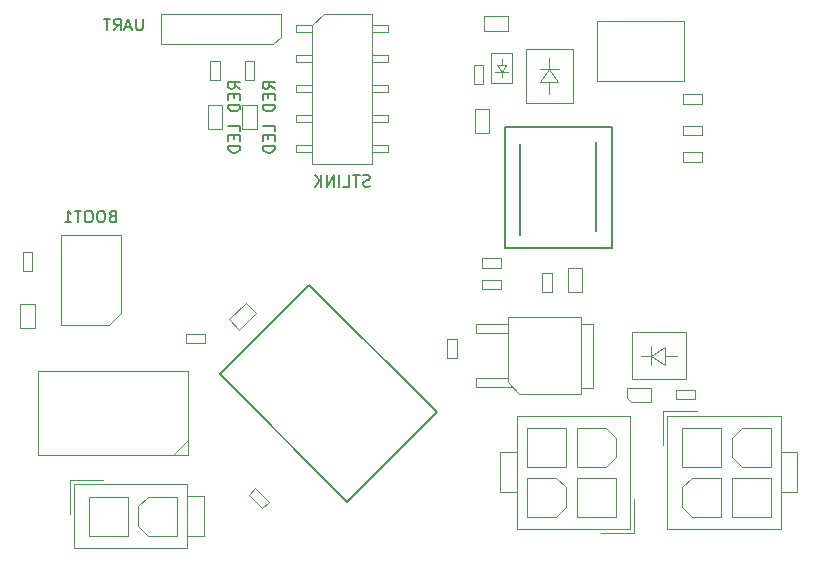
<source format=gbr>
%TF.GenerationSoftware,KiCad,Pcbnew,(6.0.11)*%
%TF.CreationDate,2023-05-09T17:29:38+10:00*%
%TF.ProjectId,LV_MASTER_A_SAMPLE,4c565f4d-4153-4544-9552-5f415f53414d,1*%
%TF.SameCoordinates,Original*%
%TF.FileFunction,AssemblyDrawing,Bot*%
%FSLAX46Y46*%
G04 Gerber Fmt 4.6, Leading zero omitted, Abs format (unit mm)*
G04 Created by KiCad (PCBNEW (6.0.11)) date 2023-05-09 17:29:38*
%MOMM*%
%LPD*%
G01*
G04 APERTURE LIST*
%ADD10C,0.150000*%
%ADD11C,0.100000*%
%ADD12C,0.127000*%
%ADD13C,0.200000*%
G04 APERTURE END LIST*
D10*
%TO.C,J2*%
X121557438Y-73991180D02*
X121557438Y-74800704D01*
X121509819Y-74895942D01*
X121462200Y-74943561D01*
X121366961Y-74991180D01*
X121176485Y-74991180D01*
X121081247Y-74943561D01*
X121033628Y-74895942D01*
X120986009Y-74800704D01*
X120986009Y-73991180D01*
X120557438Y-74705466D02*
X120081247Y-74705466D01*
X120652676Y-74991180D02*
X120319342Y-73991180D01*
X119986009Y-74991180D01*
X119081247Y-74991180D02*
X119414580Y-74514990D01*
X119652676Y-74991180D02*
X119652676Y-73991180D01*
X119271723Y-73991180D01*
X119176485Y-74038800D01*
X119128866Y-74086419D01*
X119081247Y-74181657D01*
X119081247Y-74324514D01*
X119128866Y-74419752D01*
X119176485Y-74467371D01*
X119271723Y-74514990D01*
X119652676Y-74514990D01*
X118795533Y-73991180D02*
X118224104Y-73991180D01*
X118509819Y-74991180D02*
X118509819Y-73991180D01*
%TO.C,D2*%
X129780780Y-79955647D02*
X129304590Y-79622314D01*
X129780780Y-79384219D02*
X128780780Y-79384219D01*
X128780780Y-79765171D01*
X128828400Y-79860409D01*
X128876019Y-79908028D01*
X128971257Y-79955647D01*
X129114114Y-79955647D01*
X129209352Y-79908028D01*
X129256971Y-79860409D01*
X129304590Y-79765171D01*
X129304590Y-79384219D01*
X129256971Y-80384219D02*
X129256971Y-80717552D01*
X129780780Y-80860409D02*
X129780780Y-80384219D01*
X128780780Y-80384219D01*
X128780780Y-80860409D01*
X129780780Y-81288980D02*
X128780780Y-81288980D01*
X128780780Y-81527076D01*
X128828400Y-81669933D01*
X128923638Y-81765171D01*
X129018876Y-81812790D01*
X129209352Y-81860409D01*
X129352209Y-81860409D01*
X129542685Y-81812790D01*
X129637923Y-81765171D01*
X129733161Y-81669933D01*
X129780780Y-81527076D01*
X129780780Y-81288980D01*
X129780780Y-83527076D02*
X129780780Y-83050885D01*
X128780780Y-83050885D01*
X129256971Y-83860409D02*
X129256971Y-84193742D01*
X129780780Y-84336600D02*
X129780780Y-83860409D01*
X128780780Y-83860409D01*
X128780780Y-84336600D01*
X129780780Y-84765171D02*
X128780780Y-84765171D01*
X128780780Y-85003266D01*
X128828400Y-85146123D01*
X128923638Y-85241361D01*
X129018876Y-85288980D01*
X129209352Y-85336600D01*
X129352209Y-85336600D01*
X129542685Y-85288980D01*
X129637923Y-85241361D01*
X129733161Y-85146123D01*
X129780780Y-85003266D01*
X129780780Y-84765171D01*
%TO.C,D3*%
X132697780Y-79955647D02*
X132221590Y-79622314D01*
X132697780Y-79384219D02*
X131697780Y-79384219D01*
X131697780Y-79765171D01*
X131745400Y-79860409D01*
X131793019Y-79908028D01*
X131888257Y-79955647D01*
X132031114Y-79955647D01*
X132126352Y-79908028D01*
X132173971Y-79860409D01*
X132221590Y-79765171D01*
X132221590Y-79384219D01*
X132173971Y-80384219D02*
X132173971Y-80717552D01*
X132697780Y-80860409D02*
X132697780Y-80384219D01*
X131697780Y-80384219D01*
X131697780Y-80860409D01*
X132697780Y-81288980D02*
X131697780Y-81288980D01*
X131697780Y-81527076D01*
X131745400Y-81669933D01*
X131840638Y-81765171D01*
X131935876Y-81812790D01*
X132126352Y-81860409D01*
X132269209Y-81860409D01*
X132459685Y-81812790D01*
X132554923Y-81765171D01*
X132650161Y-81669933D01*
X132697780Y-81527076D01*
X132697780Y-81288980D01*
X132697780Y-83527076D02*
X132697780Y-83050885D01*
X131697780Y-83050885D01*
X132173971Y-83860409D02*
X132173971Y-84193742D01*
X132697780Y-84336600D02*
X132697780Y-83860409D01*
X131697780Y-83860409D01*
X131697780Y-84336600D01*
X132697780Y-84765171D02*
X131697780Y-84765171D01*
X131697780Y-85003266D01*
X131745400Y-85146123D01*
X131840638Y-85241361D01*
X131935876Y-85288980D01*
X132126352Y-85336600D01*
X132269209Y-85336600D01*
X132459685Y-85288980D01*
X132554923Y-85241361D01*
X132650161Y-85146123D01*
X132697780Y-85003266D01*
X132697780Y-84765171D01*
%TO.C,J3*%
X118960733Y-90732371D02*
X118817876Y-90779990D01*
X118770257Y-90827609D01*
X118722638Y-90922847D01*
X118722638Y-91065704D01*
X118770257Y-91160942D01*
X118817876Y-91208561D01*
X118913114Y-91256180D01*
X119294066Y-91256180D01*
X119294066Y-90256180D01*
X118960733Y-90256180D01*
X118865495Y-90303800D01*
X118817876Y-90351419D01*
X118770257Y-90446657D01*
X118770257Y-90541895D01*
X118817876Y-90637133D01*
X118865495Y-90684752D01*
X118960733Y-90732371D01*
X119294066Y-90732371D01*
X118103590Y-90256180D02*
X117913114Y-90256180D01*
X117817876Y-90303800D01*
X117722638Y-90399038D01*
X117675019Y-90589514D01*
X117675019Y-90922847D01*
X117722638Y-91113323D01*
X117817876Y-91208561D01*
X117913114Y-91256180D01*
X118103590Y-91256180D01*
X118198828Y-91208561D01*
X118294066Y-91113323D01*
X118341685Y-90922847D01*
X118341685Y-90589514D01*
X118294066Y-90399038D01*
X118198828Y-90303800D01*
X118103590Y-90256180D01*
X117055971Y-90256180D02*
X116865495Y-90256180D01*
X116770257Y-90303800D01*
X116675019Y-90399038D01*
X116627400Y-90589514D01*
X116627400Y-90922847D01*
X116675019Y-91113323D01*
X116770257Y-91208561D01*
X116865495Y-91256180D01*
X117055971Y-91256180D01*
X117151209Y-91208561D01*
X117246447Y-91113323D01*
X117294066Y-90922847D01*
X117294066Y-90589514D01*
X117246447Y-90399038D01*
X117151209Y-90303800D01*
X117055971Y-90256180D01*
X116341685Y-90256180D02*
X115770257Y-90256180D01*
X116055971Y-91256180D02*
X116055971Y-90256180D01*
X114913114Y-91256180D02*
X115484542Y-91256180D01*
X115198828Y-91256180D02*
X115198828Y-90256180D01*
X115294066Y-90399038D01*
X115389304Y-90494276D01*
X115484542Y-90541895D01*
%TO.C,J4*%
X140751333Y-88178361D02*
X140608476Y-88225980D01*
X140370380Y-88225980D01*
X140275142Y-88178361D01*
X140227523Y-88130742D01*
X140179904Y-88035504D01*
X140179904Y-87940266D01*
X140227523Y-87845028D01*
X140275142Y-87797409D01*
X140370380Y-87749790D01*
X140560857Y-87702171D01*
X140656095Y-87654552D01*
X140703714Y-87606933D01*
X140751333Y-87511695D01*
X140751333Y-87416457D01*
X140703714Y-87321219D01*
X140656095Y-87273600D01*
X140560857Y-87225980D01*
X140322761Y-87225980D01*
X140179904Y-87273600D01*
X139894190Y-87225980D02*
X139322761Y-87225980D01*
X139608476Y-88225980D02*
X139608476Y-87225980D01*
X138513238Y-88225980D02*
X138989428Y-88225980D01*
X138989428Y-87225980D01*
X138179904Y-88225980D02*
X138179904Y-87225980D01*
X137703714Y-88225980D02*
X137703714Y-87225980D01*
X137132285Y-88225980D01*
X137132285Y-87225980D01*
X136656095Y-88225980D02*
X136656095Y-87225980D01*
X136084666Y-88225980D02*
X136513238Y-87654552D01*
X136084666Y-87225980D02*
X136656095Y-87797409D01*
D11*
%TO.C,C50*%
X155366200Y-97103800D02*
X156166200Y-97103800D01*
X155366200Y-95503800D02*
X155366200Y-97103800D01*
X156166200Y-95503800D02*
X155366200Y-95503800D01*
X156166200Y-97103800D02*
X156166200Y-95503800D01*
%TO.C,D4*%
X156707920Y-79374380D02*
X155158520Y-79374380D01*
X157957600Y-81173200D02*
X157957600Y-76573200D01*
X153957600Y-81173200D02*
X153957600Y-76573200D01*
X157957600Y-76573200D02*
X153957600Y-76573200D01*
X155958620Y-78223760D02*
X156707920Y-79374380D01*
X155958620Y-78223760D02*
X155958620Y-77322060D01*
X155158520Y-78223760D02*
X156758720Y-78223760D01*
X155958620Y-78223760D02*
X155158520Y-79374380D01*
X153957600Y-81173200D02*
X157957600Y-81173200D01*
X155958620Y-79374380D02*
X155958620Y-80372600D01*
%TO.C,T1*%
X125362400Y-103826000D02*
X112662400Y-103826000D01*
X125362400Y-110936000D02*
X125362400Y-103826000D01*
X124092400Y-110936000D02*
X125362400Y-109666000D01*
X112662400Y-110936000D02*
X125362400Y-110936000D01*
X112662400Y-103826000D02*
X112662400Y-110936000D01*
%TO.C,C20*%
X149629400Y-81666800D02*
X149629400Y-83666800D01*
X150879400Y-81666800D02*
X149629400Y-81666800D01*
X149629400Y-83666800D02*
X150879400Y-83666800D01*
X150879400Y-83666800D02*
X150879400Y-81666800D01*
%TO.C,J2*%
X123076400Y-73624400D02*
X123076400Y-76164400D01*
X133236400Y-75529400D02*
X133236400Y-73624400D01*
X133236400Y-73624400D02*
X123076400Y-73624400D01*
X132601400Y-76164400D02*
X133236400Y-75529400D01*
X123076400Y-76164400D02*
X132601400Y-76164400D01*
%TO.C,D2*%
X128273400Y-83336600D02*
X128273400Y-81336600D01*
X127023400Y-83336600D02*
X128273400Y-83336600D01*
X127023400Y-81336600D02*
X127023400Y-83336600D01*
X128273400Y-81336600D02*
X127023400Y-81336600D01*
%TO.C,R2*%
X128060900Y-77574200D02*
X127235900Y-77574200D01*
X128060900Y-79174200D02*
X128060900Y-77574200D01*
X127235900Y-77574200D02*
X127235900Y-79174200D01*
X127235900Y-79174200D02*
X128060900Y-79174200D01*
%TO.C,C21*%
X149549600Y-79511500D02*
X150349600Y-79511500D01*
X150349600Y-77911500D02*
X149549600Y-77911500D01*
X150349600Y-79511500D02*
X150349600Y-77911500D01*
X149549600Y-77911500D02*
X149549600Y-79511500D01*
%TO.C,R26*%
X148126900Y-102694600D02*
X148126900Y-101094600D01*
X147301900Y-102694600D02*
X148126900Y-102694600D01*
X147301900Y-101094600D02*
X147301900Y-102694600D01*
X148126900Y-101094600D02*
X147301900Y-101094600D01*
%TO.C,R27*%
X166677050Y-105419100D02*
X166677050Y-106244100D01*
X168277050Y-105419100D02*
X166677050Y-105419100D01*
X166677050Y-106244100D02*
X168277050Y-106244100D01*
X168277050Y-106244100D02*
X168277050Y-105419100D01*
%TO.C,D9*%
X162566850Y-106131600D02*
X162566850Y-105231600D01*
X164566850Y-105231600D02*
X164566850Y-106431600D01*
X164566850Y-106431600D02*
X162866850Y-106431600D01*
X162566850Y-105231600D02*
X164566850Y-105231600D01*
X162866850Y-106431600D02*
X162566850Y-106131600D01*
%TO.C,C17*%
X128836151Y-99467365D02*
X129720035Y-100351249D01*
X130250365Y-98053151D02*
X128836151Y-99467365D01*
X129720035Y-100351249D02*
X131134249Y-98937035D01*
X131134249Y-98937035D02*
X130250365Y-98053151D01*
%TO.C,C23*%
X150241800Y-96909800D02*
X151841800Y-96909800D01*
X150241800Y-96109800D02*
X150241800Y-96909800D01*
X151841800Y-96109800D02*
X150241800Y-96109800D01*
X151841800Y-96909800D02*
X151841800Y-96109800D01*
%TO.C,R7*%
X168857900Y-86112150D02*
X168857900Y-85287150D01*
X167257900Y-86112150D02*
X168857900Y-86112150D01*
X168857900Y-85287150D02*
X167257900Y-85287150D01*
X167257900Y-85287150D02*
X167257900Y-86112150D01*
%TO.C,D8*%
X165749180Y-102528580D02*
X166747400Y-102528580D01*
X162948000Y-100529600D02*
X162948000Y-104529600D01*
X167548000Y-104529600D02*
X167548000Y-100529600D01*
X167548000Y-100529600D02*
X162948000Y-100529600D01*
X167548000Y-104529600D02*
X162948000Y-104529600D01*
X164598560Y-102528580D02*
X163696860Y-102528580D01*
X164598560Y-102528580D02*
X165749180Y-103328680D01*
X165749180Y-101779280D02*
X165749180Y-103328680D01*
X164598560Y-103328680D02*
X164598560Y-101728480D01*
X164598560Y-102528580D02*
X165749180Y-101779280D01*
%TO.C,D3*%
X131190400Y-81336600D02*
X129940400Y-81336600D01*
X131190400Y-83336600D02*
X131190400Y-81336600D01*
X129940400Y-81336600D02*
X129940400Y-83336600D01*
X129940400Y-83336600D02*
X131190400Y-83336600D01*
%TO.C,R3*%
X130977900Y-79174200D02*
X130977900Y-77574200D01*
X130977900Y-77574200D02*
X130152900Y-77574200D01*
X130152900Y-79174200D02*
X130977900Y-79174200D01*
X130152900Y-77574200D02*
X130152900Y-79174200D01*
%TO.C,D1*%
X112398400Y-98155300D02*
X111148400Y-98155300D01*
X111148400Y-100155300D02*
X112398400Y-100155300D01*
X112398400Y-100155300D02*
X112398400Y-98155300D01*
X111148400Y-98155300D02*
X111148400Y-100155300D01*
%TO.C,C37*%
X168911700Y-83879600D02*
X168911700Y-83079600D01*
X167311700Y-83079600D02*
X167311700Y-83879600D01*
X167311700Y-83879600D02*
X168911700Y-83879600D01*
X168911700Y-83079600D02*
X167311700Y-83079600D01*
%TO.C,C38*%
X125197400Y-100681800D02*
X125197400Y-101481800D01*
X126797400Y-101481800D02*
X126797400Y-100681800D01*
X126797400Y-100681800D02*
X125197400Y-100681800D01*
X125197400Y-101481800D02*
X126797400Y-101481800D01*
%TO.C,C24*%
X158753400Y-97128800D02*
X158753400Y-95128800D01*
X158753400Y-95128800D02*
X157503400Y-95128800D01*
X157503400Y-97128800D02*
X158753400Y-97128800D01*
X157503400Y-95128800D02*
X157503400Y-97128800D01*
%TO.C,R1*%
X112185900Y-93783300D02*
X111360900Y-93783300D01*
X111360900Y-95383300D02*
X112185900Y-95383300D01*
X112185900Y-95383300D02*
X112185900Y-93783300D01*
X111360900Y-93783300D02*
X111360900Y-95383300D01*
%TO.C,J7*%
X170513400Y-116154700D02*
X170513400Y-112854700D01*
X174713400Y-112854700D02*
X174713400Y-116154700D01*
X175563400Y-110704700D02*
X176963400Y-110704700D01*
X176963400Y-114104700D02*
X175563400Y-114104700D01*
X176963400Y-110704700D02*
X176963400Y-114104700D01*
X170513400Y-111954700D02*
X167213400Y-111954700D01*
X167213400Y-113679700D02*
X167213400Y-115329700D01*
X171413400Y-109479700D02*
X171413400Y-111129700D01*
X175563400Y-107604700D02*
X175563400Y-117204700D01*
X167213400Y-115329700D02*
X168038400Y-116154700D01*
X165963400Y-107604700D02*
X175563400Y-107604700D01*
X167213400Y-111954700D02*
X167213400Y-108654700D01*
X171413400Y-112854700D02*
X174713400Y-112854700D01*
X165613400Y-110104700D02*
X165613400Y-107254700D01*
X174713400Y-108654700D02*
X172238400Y-108654700D01*
X174713400Y-111954700D02*
X174713400Y-108654700D01*
X168038400Y-112854700D02*
X167213400Y-113679700D01*
X171413400Y-111129700D02*
X172238400Y-111954700D01*
X170513400Y-112854700D02*
X168038400Y-112854700D01*
X168038400Y-116154700D02*
X170513400Y-116154700D01*
X174713400Y-116154700D02*
X171413400Y-116154700D01*
X172238400Y-111954700D02*
X174713400Y-111954700D01*
X170513400Y-108654700D02*
X170513400Y-111954700D01*
X172238400Y-108654700D02*
X171413400Y-109479700D01*
X165963400Y-117204700D02*
X165963400Y-107604700D01*
X165613400Y-107254700D02*
X168463400Y-107254700D01*
X167213400Y-108654700D02*
X170513400Y-108654700D01*
X175563400Y-117204700D02*
X165963400Y-117204700D01*
X171413400Y-116154700D02*
X171413400Y-112854700D01*
D12*
%TO.C,L1*%
X161231400Y-83155600D02*
X152231400Y-83155600D01*
X153471400Y-84635600D02*
X153471400Y-92355600D01*
X152231400Y-83155600D02*
X152231400Y-93455600D01*
X152231400Y-93455600D02*
X161231400Y-93455600D01*
X161231400Y-93455600D02*
X161231400Y-83155600D01*
X159931400Y-84415600D02*
X159931400Y-92005600D01*
D11*
%TO.C,C16*%
X150429600Y-73812200D02*
X150429600Y-75062200D01*
X152429600Y-75062200D02*
X152429600Y-73812200D01*
X150429600Y-75062200D02*
X152429600Y-75062200D01*
X152429600Y-73812200D02*
X150429600Y-73812200D01*
D13*
%TO.C,PS1*%
X146414263Y-107316245D02*
X135637956Y-96539938D01*
X138848220Y-114882288D02*
X146414263Y-107316245D01*
X135637956Y-96539938D02*
X128071913Y-104105981D01*
X128071913Y-104105981D02*
X138848220Y-114882288D01*
D11*
%TO.C,J3*%
X114587400Y-92303800D02*
X114587400Y-99923800D01*
X119667400Y-92303800D02*
X114587400Y-92303800D01*
X114587400Y-99923800D02*
X118667400Y-99923800D01*
X118667400Y-99923800D02*
X119667400Y-98923800D01*
X119667400Y-98923800D02*
X119667400Y-92303800D01*
%TO.C,F1*%
X160019800Y-74163200D02*
X160019800Y-79283200D01*
X167375800Y-74163200D02*
X160019800Y-74163200D01*
X160019800Y-79283200D02*
X167375800Y-79283200D01*
X167375800Y-79283200D02*
X167375800Y-74163200D01*
%TO.C,J5*%
X115696800Y-118818600D02*
X115696800Y-113418600D01*
X126696800Y-114418600D02*
X126696800Y-117818600D01*
X120246800Y-114468600D02*
X120246800Y-117768600D01*
X121971800Y-114468600D02*
X121146800Y-115293600D01*
X124446800Y-114468600D02*
X121971800Y-114468600D01*
X126696800Y-117818600D02*
X125296800Y-117818600D01*
X125296800Y-118818600D02*
X115696800Y-118818600D01*
X121146800Y-115293600D02*
X121146800Y-116943600D01*
X121146800Y-116943600D02*
X121971800Y-117768600D01*
X116946800Y-114468600D02*
X120246800Y-114468600D01*
X120246800Y-117768600D02*
X116946800Y-117768600D01*
X125296800Y-113418600D02*
X125296800Y-118818600D01*
X125296800Y-114418600D02*
X126696800Y-114418600D01*
X124446800Y-117768600D02*
X124446800Y-114468600D01*
X121971800Y-117768600D02*
X124446800Y-117768600D01*
X115346800Y-115918600D02*
X115346800Y-113068600D01*
X116946800Y-117768600D02*
X116946800Y-114468600D01*
X115346800Y-113068600D02*
X118196800Y-113068600D01*
X115696800Y-113418600D02*
X125296800Y-113418600D01*
%TO.C,J6*%
X151815600Y-114104700D02*
X151815600Y-110704700D01*
X160740600Y-111954700D02*
X161565600Y-111129700D01*
X163165600Y-117554700D02*
X160315600Y-117554700D01*
X162815600Y-107604700D02*
X162815600Y-117204700D01*
X163165600Y-114704700D02*
X163165600Y-117554700D01*
X157365600Y-113679700D02*
X156540600Y-112854700D01*
X154065600Y-111954700D02*
X154065600Y-108654700D01*
X158265600Y-116154700D02*
X158265600Y-112854700D01*
X151815600Y-110704700D02*
X153215600Y-110704700D01*
X156540600Y-116154700D02*
X157365600Y-115329700D01*
X153215600Y-117204700D02*
X153215600Y-107604700D01*
X154065600Y-116154700D02*
X156540600Y-116154700D01*
X158265600Y-112854700D02*
X161565600Y-112854700D01*
X158265600Y-108654700D02*
X158265600Y-111954700D01*
X161565600Y-111129700D02*
X161565600Y-109479700D01*
X156540600Y-112854700D02*
X154065600Y-112854700D01*
X157365600Y-115329700D02*
X157365600Y-113679700D01*
X161565600Y-116154700D02*
X158265600Y-116154700D01*
X161565600Y-112854700D02*
X161565600Y-116154700D01*
X161565600Y-109479700D02*
X160740600Y-108654700D01*
X154065600Y-108654700D02*
X157365600Y-108654700D01*
X153215600Y-114104700D02*
X151815600Y-114104700D01*
X160740600Y-108654700D02*
X158265600Y-108654700D01*
X158265600Y-111954700D02*
X160740600Y-111954700D01*
X154065600Y-112854700D02*
X154065600Y-116154700D01*
X153215600Y-107604700D02*
X162815600Y-107604700D01*
X157365600Y-108654700D02*
X157365600Y-111954700D01*
X157365600Y-111954700D02*
X154065600Y-111954700D01*
X162815600Y-117204700D02*
X153215600Y-117204700D01*
%TO.C,R6*%
X167262800Y-81225100D02*
X168862800Y-81225100D01*
X168862800Y-81225100D02*
X168862800Y-80400100D01*
X167262800Y-80400100D02*
X167262800Y-81225100D01*
X168862800Y-80400100D02*
X167262800Y-80400100D01*
%TO.C,C22*%
X151841800Y-94281000D02*
X150241800Y-94281000D01*
X151841800Y-95081000D02*
X151841800Y-94281000D01*
X150241800Y-94281000D02*
X150241800Y-95081000D01*
X150241800Y-95081000D02*
X151841800Y-95081000D01*
%TO.C,D5*%
X151062200Y-79474000D02*
X152762200Y-79474000D01*
X151912200Y-78524000D02*
X151512200Y-77924000D01*
X151912200Y-77424000D02*
X151912200Y-77924000D01*
X152312200Y-77924000D02*
X151512200Y-77924000D01*
X152762200Y-76874000D02*
X151062200Y-76874000D01*
X152762200Y-79474000D02*
X152762200Y-76874000D01*
X151912200Y-78924000D02*
X151912200Y-78524000D01*
X151912200Y-78524000D02*
X152312200Y-77924000D01*
X151062200Y-76874000D02*
X151062200Y-79474000D01*
X152462200Y-78524000D02*
X151362200Y-78524000D01*
%TO.C,Q1*%
X152429400Y-99279600D02*
X152429400Y-104779600D01*
X158649400Y-99279600D02*
X152429400Y-99279600D01*
X152429400Y-104779600D02*
X153429400Y-105779600D01*
X152429400Y-100624600D02*
X149729400Y-100624600D01*
X149729400Y-105184600D02*
X149729400Y-104434600D01*
X153429400Y-105779600D02*
X158649400Y-105779600D01*
X149729400Y-100624600D02*
X149729400Y-99874600D01*
X158649400Y-105779600D02*
X158649400Y-99279600D01*
X152834400Y-105184600D02*
X149729400Y-105184600D01*
X159649400Y-99829600D02*
X158649400Y-99829600D01*
X149729400Y-99874600D02*
X152429400Y-99874600D01*
X158649400Y-105229600D02*
X159649400Y-105229600D01*
X149729400Y-104434600D02*
X152429400Y-104434600D01*
X159649400Y-105229600D02*
X159649400Y-99829600D01*
%TO.C,C13*%
X131639643Y-115468528D02*
X132205328Y-114902843D01*
X132205328Y-114902843D02*
X131073957Y-113771472D01*
X131073957Y-113771472D02*
X130508272Y-114337157D01*
X130508272Y-114337157D02*
X131639643Y-115468528D01*
%TO.C,J4*%
X135878000Y-77063600D02*
X134498000Y-77063600D01*
X136878000Y-73573600D02*
X135878000Y-74573600D01*
X142338000Y-82143600D02*
X140958000Y-82143600D01*
X134498000Y-82783600D02*
X135878000Y-82783600D01*
X134498000Y-79603600D02*
X134498000Y-80243600D01*
X135878000Y-84683600D02*
X134498000Y-84683600D01*
X140958000Y-85323600D02*
X142338000Y-85323600D01*
X140958000Y-80243600D02*
X142338000Y-80243600D01*
X135878000Y-74523600D02*
X134498000Y-74523600D01*
X142338000Y-82783600D02*
X142338000Y-82143600D01*
X142338000Y-84683600D02*
X140958000Y-84683600D01*
X140958000Y-86273600D02*
X140958000Y-73573600D01*
X142338000Y-80243600D02*
X142338000Y-79603600D01*
X134498000Y-75163600D02*
X135878000Y-75163600D01*
X142338000Y-79603600D02*
X140958000Y-79603600D01*
X140958000Y-75163600D02*
X142338000Y-75163600D01*
X134498000Y-77063600D02*
X134498000Y-77703600D01*
X135878000Y-86273600D02*
X140958000Y-86273600D01*
X140958000Y-82783600D02*
X142338000Y-82783600D01*
X142338000Y-77063600D02*
X140958000Y-77063600D01*
X134498000Y-85323600D02*
X135878000Y-85323600D01*
X135878000Y-82143600D02*
X134498000Y-82143600D01*
X134498000Y-74523600D02*
X134498000Y-75163600D01*
X135878000Y-79603600D02*
X134498000Y-79603600D01*
X140958000Y-77703600D02*
X142338000Y-77703600D01*
X134498000Y-84683600D02*
X134498000Y-85323600D01*
X135878000Y-74573600D02*
X135878000Y-86273600D01*
X140958000Y-73573600D02*
X136878000Y-73573600D01*
X134498000Y-80243600D02*
X135878000Y-80243600D01*
X142338000Y-77703600D02*
X142338000Y-77063600D01*
X142338000Y-75163600D02*
X142338000Y-74523600D01*
X134498000Y-77703600D02*
X135878000Y-77703600D01*
X142338000Y-74523600D02*
X140958000Y-74523600D01*
X142338000Y-85323600D02*
X142338000Y-84683600D01*
X134498000Y-82143600D02*
X134498000Y-82783600D01*
%TD*%
M02*

</source>
